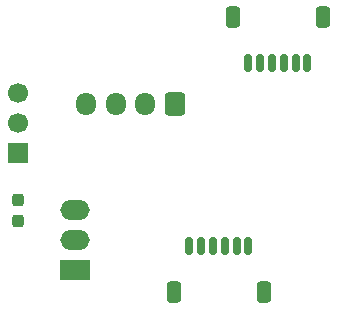
<source format=gbr>
%TF.GenerationSoftware,KiCad,Pcbnew,9.0.3*%
%TF.CreationDate,2025-07-21T23:12:44+12:00*%
%TF.ProjectId,SPI-POWER-INJECTOR,5350492d-504f-4574-9552-2d494e4a4543,rev?*%
%TF.SameCoordinates,Original*%
%TF.FileFunction,Soldermask,Top*%
%TF.FilePolarity,Negative*%
%FSLAX46Y46*%
G04 Gerber Fmt 4.6, Leading zero omitted, Abs format (unit mm)*
G04 Created by KiCad (PCBNEW 9.0.3) date 2025-07-21 23:12:44*
%MOMM*%
%LPD*%
G01*
G04 APERTURE LIST*
G04 Aperture macros list*
%AMRoundRect*
0 Rectangle with rounded corners*
0 $1 Rounding radius*
0 $2 $3 $4 $5 $6 $7 $8 $9 X,Y pos of 4 corners*
0 Add a 4 corners polygon primitive as box body*
4,1,4,$2,$3,$4,$5,$6,$7,$8,$9,$2,$3,0*
0 Add four circle primitives for the rounded corners*
1,1,$1+$1,$2,$3*
1,1,$1+$1,$4,$5*
1,1,$1+$1,$6,$7*
1,1,$1+$1,$8,$9*
0 Add four rect primitives between the rounded corners*
20,1,$1+$1,$2,$3,$4,$5,0*
20,1,$1+$1,$4,$5,$6,$7,0*
20,1,$1+$1,$6,$7,$8,$9,0*
20,1,$1+$1,$8,$9,$2,$3,0*%
G04 Aperture macros list end*
%ADD10RoundRect,0.150000X-0.150000X-0.600000X0.150000X-0.600000X0.150000X0.600000X-0.150000X0.600000X0*%
%ADD11RoundRect,0.250000X-0.350000X-0.650000X0.350000X-0.650000X0.350000X0.650000X-0.350000X0.650000X0*%
%ADD12RoundRect,0.150000X0.150000X0.600000X-0.150000X0.600000X-0.150000X-0.600000X0.150000X-0.600000X0*%
%ADD13RoundRect,0.250000X0.350000X0.650000X-0.350000X0.650000X-0.350000X-0.650000X0.350000X-0.650000X0*%
%ADD14RoundRect,0.237500X-0.237500X0.287500X-0.237500X-0.287500X0.237500X-0.287500X0.237500X0.287500X0*%
%ADD15RoundRect,0.250000X0.600000X0.725000X-0.600000X0.725000X-0.600000X-0.725000X0.600000X-0.725000X0*%
%ADD16O,1.700000X1.950000*%
%ADD17R,2.500000X1.700000*%
%ADD18O,2.500000X1.700000*%
%ADD19R,1.700000X1.700000*%
%ADD20C,1.700000*%
G04 APERTURE END LIST*
D10*
%TO.C,REF\u002A\u002A*%
X152000000Y-96975000D03*
X153000000Y-96975000D03*
X154000000Y-96975000D03*
X155000000Y-96975000D03*
X156000000Y-96975000D03*
X157000000Y-96975000D03*
D11*
X150700000Y-100875000D03*
X158300000Y-100875000D03*
%TD*%
D12*
%TO.C,SPI IN*%
X162000000Y-81525000D03*
X161000000Y-81525000D03*
X160000000Y-81525000D03*
X159000000Y-81525000D03*
X158000000Y-81525000D03*
X157000000Y-81525000D03*
D13*
X163300000Y-77625000D03*
X155700000Y-77625000D03*
%TD*%
D14*
%TO.C,FUSE_2A*%
X137500000Y-93125000D03*
X137500000Y-94875000D03*
%TD*%
D15*
%TO.C,POWER IN*%
X150750000Y-84945000D03*
D16*
X148250000Y-84945000D03*
X145750000Y-84945000D03*
X143250000Y-84945000D03*
%TD*%
D17*
%TO.C,8/36V-5V_2A*%
X142292500Y-98997500D03*
D18*
X142292500Y-96457500D03*
X142292500Y-93917500D03*
%TD*%
D19*
%TO.C,JP1*%
X137500000Y-89080000D03*
D20*
X137500000Y-86540000D03*
X137500000Y-84000000D03*
%TD*%
M02*

</source>
